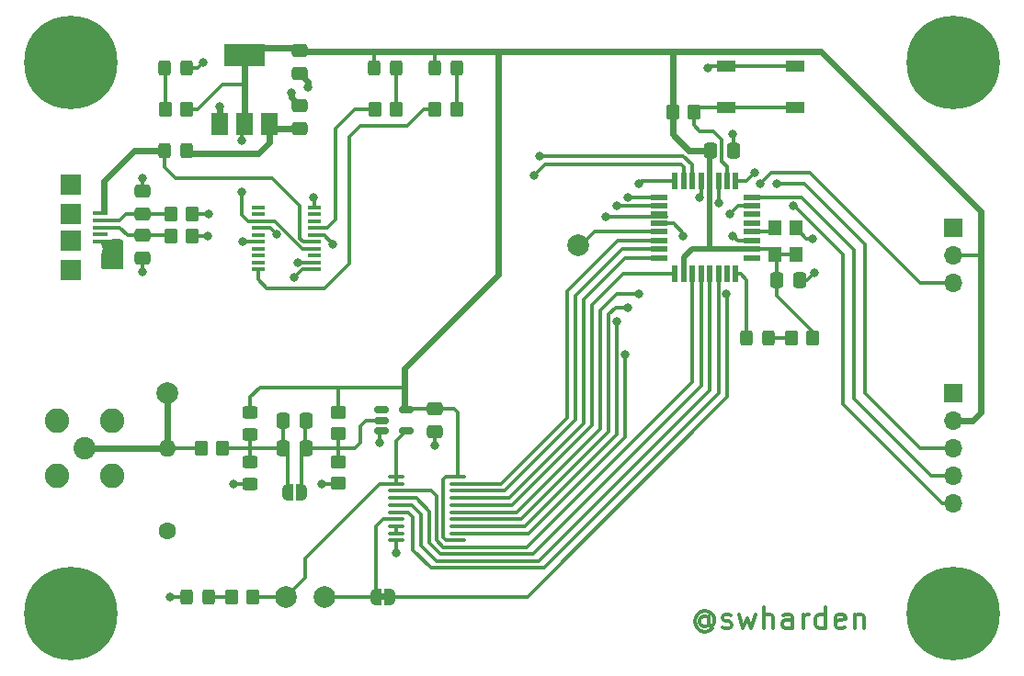
<source format=gtl>
G04 #@! TF.GenerationSoftware,KiCad,Pcbnew,(6.0.9)*
G04 #@! TF.CreationDate,2022-12-14T01:21:17-05:00*
G04 #@! TF.ProjectId,usbcounter,75736263-6f75-46e7-9465-722e6b696361,rev?*
G04 #@! TF.SameCoordinates,Original*
G04 #@! TF.FileFunction,Copper,L1,Top*
G04 #@! TF.FilePolarity,Positive*
%FSLAX46Y46*%
G04 Gerber Fmt 4.6, Leading zero omitted, Abs format (unit mm)*
G04 Created by KiCad (PCBNEW (6.0.9)) date 2022-12-14 01:21:17*
%MOMM*%
%LPD*%
G01*
G04 APERTURE LIST*
G04 Aperture macros list*
%AMRoundRect*
0 Rectangle with rounded corners*
0 $1 Rounding radius*
0 $2 $3 $4 $5 $6 $7 $8 $9 X,Y pos of 4 corners*
0 Add a 4 corners polygon primitive as box body*
4,1,4,$2,$3,$4,$5,$6,$7,$8,$9,$2,$3,0*
0 Add four circle primitives for the rounded corners*
1,1,$1+$1,$2,$3*
1,1,$1+$1,$4,$5*
1,1,$1+$1,$6,$7*
1,1,$1+$1,$8,$9*
0 Add four rect primitives between the rounded corners*
20,1,$1+$1,$2,$3,$4,$5,0*
20,1,$1+$1,$4,$5,$6,$7,0*
20,1,$1+$1,$6,$7,$8,$9,0*
20,1,$1+$1,$8,$9,$2,$3,0*%
%AMFreePoly0*
4,1,22,0.500000,-0.750000,0.000000,-0.750000,0.000000,-0.745033,-0.079941,-0.743568,-0.215256,-0.701293,-0.333266,-0.622738,-0.424486,-0.514219,-0.481581,-0.384460,-0.499164,-0.250000,-0.500000,-0.250000,-0.500000,0.250000,-0.499164,0.250000,-0.499963,0.256109,-0.478152,0.396186,-0.417904,0.524511,-0.324060,0.630769,-0.204165,0.706417,-0.067858,0.745374,0.000000,0.744959,0.000000,0.750000,
0.500000,0.750000,0.500000,-0.750000,0.500000,-0.750000,$1*%
%AMFreePoly1*
4,1,20,0.000000,0.744959,0.073905,0.744508,0.209726,0.703889,0.328688,0.626782,0.421226,0.519385,0.479903,0.390333,0.500000,0.250000,0.500000,-0.250000,0.499851,-0.262216,0.476331,-0.402017,0.414519,-0.529596,0.319384,-0.634700,0.198574,-0.708877,0.061801,-0.746166,0.000000,-0.745033,0.000000,-0.750000,-0.500000,-0.750000,-0.500000,0.750000,0.000000,0.750000,0.000000,0.744959,
0.000000,0.744959,$1*%
G04 Aperture macros list end*
%ADD10C,0.300000*%
G04 #@! TA.AperFunction,NonConductor*
%ADD11C,0.300000*%
G04 #@! TD*
G04 #@! TA.AperFunction,SMDPad,CuDef*
%ADD12R,1.700000X1.000000*%
G04 #@! TD*
G04 #@! TA.AperFunction,ComponentPad*
%ADD13C,1.600000*%
G04 #@! TD*
G04 #@! TA.AperFunction,ComponentPad*
%ADD14O,1.600000X1.600000*%
G04 #@! TD*
G04 #@! TA.AperFunction,ComponentPad*
%ADD15R,1.700000X1.700000*%
G04 #@! TD*
G04 #@! TA.AperFunction,ComponentPad*
%ADD16O,1.700000X1.700000*%
G04 #@! TD*
G04 #@! TA.AperFunction,SMDPad,CuDef*
%ADD17RoundRect,0.250000X0.450000X-0.350000X0.450000X0.350000X-0.450000X0.350000X-0.450000X-0.350000X0*%
G04 #@! TD*
G04 #@! TA.AperFunction,SMDPad,CuDef*
%ADD18RoundRect,0.250000X-0.350000X-0.450000X0.350000X-0.450000X0.350000X0.450000X-0.350000X0.450000X0*%
G04 #@! TD*
G04 #@! TA.AperFunction,ComponentPad*
%ADD19C,8.600000*%
G04 #@! TD*
G04 #@! TA.AperFunction,SMDPad,CuDef*
%ADD20RoundRect,0.250000X0.475000X-0.337500X0.475000X0.337500X-0.475000X0.337500X-0.475000X-0.337500X0*%
G04 #@! TD*
G04 #@! TA.AperFunction,SMDPad,CuDef*
%ADD21RoundRect,0.250000X-0.450000X0.325000X-0.450000X-0.325000X0.450000X-0.325000X0.450000X0.325000X0*%
G04 #@! TD*
G04 #@! TA.AperFunction,SMDPad,CuDef*
%ADD22C,2.000000*%
G04 #@! TD*
G04 #@! TA.AperFunction,SMDPad,CuDef*
%ADD23RoundRect,0.250000X-0.325000X-0.450000X0.325000X-0.450000X0.325000X0.450000X-0.325000X0.450000X0*%
G04 #@! TD*
G04 #@! TA.AperFunction,SMDPad,CuDef*
%ADD24RoundRect,0.250000X0.325000X0.450000X-0.325000X0.450000X-0.325000X-0.450000X0.325000X-0.450000X0*%
G04 #@! TD*
G04 #@! TA.AperFunction,SMDPad,CuDef*
%ADD25R,1.600000X0.550000*%
G04 #@! TD*
G04 #@! TA.AperFunction,SMDPad,CuDef*
%ADD26R,0.550000X1.600000*%
G04 #@! TD*
G04 #@! TA.AperFunction,SMDPad,CuDef*
%ADD27RoundRect,0.250000X-0.337500X-0.475000X0.337500X-0.475000X0.337500X0.475000X-0.337500X0.475000X0*%
G04 #@! TD*
G04 #@! TA.AperFunction,SMDPad,CuDef*
%ADD28RoundRect,0.100000X-0.637500X-0.100000X0.637500X-0.100000X0.637500X0.100000X-0.637500X0.100000X0*%
G04 #@! TD*
G04 #@! TA.AperFunction,SMDPad,CuDef*
%ADD29RoundRect,0.250000X-0.475000X0.337500X-0.475000X-0.337500X0.475000X-0.337500X0.475000X0.337500X0*%
G04 #@! TD*
G04 #@! TA.AperFunction,SMDPad,CuDef*
%ADD30RoundRect,0.250000X0.337500X0.475000X-0.337500X0.475000X-0.337500X-0.475000X0.337500X-0.475000X0*%
G04 #@! TD*
G04 #@! TA.AperFunction,SMDPad,CuDef*
%ADD31FreePoly0,0.000000*%
G04 #@! TD*
G04 #@! TA.AperFunction,SMDPad,CuDef*
%ADD32FreePoly1,0.000000*%
G04 #@! TD*
G04 #@! TA.AperFunction,SMDPad,CuDef*
%ADD33RoundRect,0.150000X-0.512500X-0.150000X0.512500X-0.150000X0.512500X0.150000X-0.512500X0.150000X0*%
G04 #@! TD*
G04 #@! TA.AperFunction,SMDPad,CuDef*
%ADD34R,1.500000X2.000000*%
G04 #@! TD*
G04 #@! TA.AperFunction,SMDPad,CuDef*
%ADD35R,3.800000X2.000000*%
G04 #@! TD*
G04 #@! TA.AperFunction,ComponentPad*
%ADD36C,2.050000*%
G04 #@! TD*
G04 #@! TA.AperFunction,ComponentPad*
%ADD37C,2.250000*%
G04 #@! TD*
G04 #@! TA.AperFunction,SMDPad,CuDef*
%ADD38R,1.200000X0.400000*%
G04 #@! TD*
G04 #@! TA.AperFunction,SMDPad,CuDef*
%ADD39R,1.200000X1.400000*%
G04 #@! TD*
G04 #@! TA.AperFunction,SMDPad,CuDef*
%ADD40R,1.900000X1.900000*%
G04 #@! TD*
G04 #@! TA.AperFunction,SMDPad,CuDef*
%ADD41R,1.350000X0.400000*%
G04 #@! TD*
G04 #@! TA.AperFunction,ViaPad*
%ADD42C,0.800000*%
G04 #@! TD*
G04 #@! TA.AperFunction,Conductor*
%ADD43C,0.300000*%
G04 #@! TD*
G04 #@! TA.AperFunction,Conductor*
%ADD44C,0.600000*%
G04 #@! TD*
G04 #@! TA.AperFunction,Conductor*
%ADD45C,0.250000*%
G04 #@! TD*
G04 #@! TA.AperFunction,Conductor*
%ADD46C,0.500000*%
G04 #@! TD*
G04 APERTURE END LIST*
D10*
D11*
X114634190Y-107140380D02*
X114538952Y-107045142D01*
X114348476Y-106949904D01*
X114158000Y-106949904D01*
X113967523Y-107045142D01*
X113872285Y-107140380D01*
X113777047Y-107330857D01*
X113777047Y-107521333D01*
X113872285Y-107711809D01*
X113967523Y-107807047D01*
X114158000Y-107902285D01*
X114348476Y-107902285D01*
X114538952Y-107807047D01*
X114634190Y-107711809D01*
X114634190Y-106949904D02*
X114634190Y-107711809D01*
X114729428Y-107807047D01*
X114824666Y-107807047D01*
X115015142Y-107711809D01*
X115110380Y-107521333D01*
X115110380Y-107045142D01*
X114919904Y-106759428D01*
X114634190Y-106568952D01*
X114253238Y-106473714D01*
X113872285Y-106568952D01*
X113586571Y-106759428D01*
X113396095Y-107045142D01*
X113300857Y-107426095D01*
X113396095Y-107807047D01*
X113586571Y-108092761D01*
X113872285Y-108283238D01*
X114253238Y-108378476D01*
X114634190Y-108283238D01*
X114919904Y-108092761D01*
X115872285Y-107997523D02*
X116062761Y-108092761D01*
X116443714Y-108092761D01*
X116634190Y-107997523D01*
X116729428Y-107807047D01*
X116729428Y-107711809D01*
X116634190Y-107521333D01*
X116443714Y-107426095D01*
X116158000Y-107426095D01*
X115967523Y-107330857D01*
X115872285Y-107140380D01*
X115872285Y-107045142D01*
X115967523Y-106854666D01*
X116158000Y-106759428D01*
X116443714Y-106759428D01*
X116634190Y-106854666D01*
X117396095Y-106759428D02*
X117777047Y-108092761D01*
X118158000Y-107140380D01*
X118538952Y-108092761D01*
X118919904Y-106759428D01*
X119681809Y-108092761D02*
X119681809Y-106092761D01*
X120538952Y-108092761D02*
X120538952Y-107045142D01*
X120443714Y-106854666D01*
X120253238Y-106759428D01*
X119967523Y-106759428D01*
X119777047Y-106854666D01*
X119681809Y-106949904D01*
X122348476Y-108092761D02*
X122348476Y-107045142D01*
X122253238Y-106854666D01*
X122062761Y-106759428D01*
X121681809Y-106759428D01*
X121491333Y-106854666D01*
X122348476Y-107997523D02*
X122158000Y-108092761D01*
X121681809Y-108092761D01*
X121491333Y-107997523D01*
X121396095Y-107807047D01*
X121396095Y-107616571D01*
X121491333Y-107426095D01*
X121681809Y-107330857D01*
X122158000Y-107330857D01*
X122348476Y-107235619D01*
X123300857Y-108092761D02*
X123300857Y-106759428D01*
X123300857Y-107140380D02*
X123396095Y-106949904D01*
X123491333Y-106854666D01*
X123681809Y-106759428D01*
X123872285Y-106759428D01*
X125396095Y-108092761D02*
X125396095Y-106092761D01*
X125396095Y-107997523D02*
X125205619Y-108092761D01*
X124824666Y-108092761D01*
X124634190Y-107997523D01*
X124538952Y-107902285D01*
X124443714Y-107711809D01*
X124443714Y-107140380D01*
X124538952Y-106949904D01*
X124634190Y-106854666D01*
X124824666Y-106759428D01*
X125205619Y-106759428D01*
X125396095Y-106854666D01*
X127110380Y-107997523D02*
X126919904Y-108092761D01*
X126538952Y-108092761D01*
X126348476Y-107997523D01*
X126253238Y-107807047D01*
X126253238Y-107045142D01*
X126348476Y-106854666D01*
X126538952Y-106759428D01*
X126919904Y-106759428D01*
X127110380Y-106854666D01*
X127205619Y-107045142D01*
X127205619Y-107235619D01*
X126253238Y-107426095D01*
X128062761Y-106759428D02*
X128062761Y-108092761D01*
X128062761Y-106949904D02*
X128158000Y-106854666D01*
X128348476Y-106759428D01*
X128634190Y-106759428D01*
X128824666Y-106854666D01*
X128919904Y-107045142D01*
X128919904Y-108092761D01*
G36*
X84832000Y-105456000D02*
G01*
X84332000Y-105456000D01*
X84332000Y-104856000D01*
X84832000Y-104856000D01*
X84832000Y-105456000D01*
G37*
D12*
X122530000Y-60066000D03*
X116230000Y-60066000D03*
X116230000Y-56266000D03*
X122530000Y-56266000D03*
D13*
X64770000Y-99060000D03*
D14*
X64770000Y-91440000D03*
D15*
X137160000Y-86360000D03*
D16*
X137160000Y-88900000D03*
X137160000Y-91440000D03*
X137160000Y-93980000D03*
X137160000Y-96520000D03*
D17*
X80518000Y-94726000D03*
X80518000Y-92726000D03*
D18*
X70628000Y-105156000D03*
X72628000Y-105156000D03*
D19*
X55880000Y-106680000D03*
D20*
X76962000Y-56917500D03*
X76962000Y-54842500D03*
D21*
X72390000Y-88129000D03*
X72390000Y-90179000D03*
D22*
X102616000Y-72771000D03*
D18*
X65040000Y-71882000D03*
X67040000Y-71882000D03*
D23*
X66539000Y-105156000D03*
X68589000Y-105156000D03*
D24*
X85861000Y-56388000D03*
X83811000Y-56388000D03*
X91440000Y-56388000D03*
X89390000Y-56388000D03*
D18*
X64532000Y-60198000D03*
X66532000Y-60198000D03*
D24*
X66557000Y-56388000D03*
X64507000Y-56388000D03*
D23*
X118092000Y-81280000D03*
X120142000Y-81280000D03*
D25*
X110050000Y-68320000D03*
X110050000Y-69120000D03*
X110050000Y-69920000D03*
X110050000Y-70720000D03*
X110050000Y-71520000D03*
X110050000Y-72320000D03*
X110050000Y-73120000D03*
X110050000Y-73920000D03*
D26*
X111500000Y-75370000D03*
X112300000Y-75370000D03*
X113100000Y-75370000D03*
X113900000Y-75370000D03*
X114700000Y-75370000D03*
X115500000Y-75370000D03*
X116300000Y-75370000D03*
X117100000Y-75370000D03*
D25*
X118550000Y-73920000D03*
X118550000Y-73120000D03*
X118550000Y-72320000D03*
X118550000Y-71520000D03*
X118550000Y-70720000D03*
X118550000Y-69920000D03*
X118550000Y-69120000D03*
X118550000Y-68320000D03*
D26*
X117100000Y-66870000D03*
X116300000Y-66870000D03*
X115500000Y-66870000D03*
X114700000Y-66870000D03*
X113900000Y-66870000D03*
X113100000Y-66870000D03*
X112300000Y-66870000D03*
X111500000Y-66870000D03*
D17*
X80518000Y-90154000D03*
X80518000Y-88154000D03*
D18*
X67850000Y-91440000D03*
X69850000Y-91440000D03*
D15*
X137160000Y-71120000D03*
D16*
X137160000Y-73660000D03*
X137160000Y-76200000D03*
D27*
X75438000Y-88900000D03*
X77513000Y-88900000D03*
D28*
X85783500Y-94103000D03*
X85783500Y-94753000D03*
X85783500Y-95403000D03*
X85783500Y-96053000D03*
X85783500Y-96703000D03*
X85783500Y-97353000D03*
X85783500Y-98003000D03*
X85783500Y-98653000D03*
X85783500Y-99303000D03*
X85783500Y-99953000D03*
X91508500Y-99953000D03*
X91508500Y-99303000D03*
X91508500Y-98653000D03*
X91508500Y-98003000D03*
X91508500Y-97353000D03*
X91508500Y-96703000D03*
X91508500Y-96053000D03*
X91508500Y-95403000D03*
X91508500Y-94753000D03*
X91508500Y-94103000D03*
D18*
X111268000Y-60452000D03*
X113268000Y-60452000D03*
X122190000Y-81280000D03*
X124190000Y-81280000D03*
D19*
X137160000Y-55880000D03*
D22*
X64770000Y-86360000D03*
D29*
X62484000Y-67796500D03*
X62484000Y-69871500D03*
D30*
X114786500Y-64008000D03*
X116861500Y-64008000D03*
D27*
X75438000Y-91440000D03*
X77513000Y-91440000D03*
D18*
X83836000Y-60198000D03*
X85836000Y-60198000D03*
D29*
X76962000Y-59922500D03*
X76962000Y-61997500D03*
D19*
X137160000Y-106680000D03*
D31*
X75825500Y-95504000D03*
D32*
X77125500Y-95504000D03*
D21*
X72390000Y-92701000D03*
X72390000Y-94751000D03*
D33*
X84460500Y-87950000D03*
X84460500Y-88900000D03*
X84460500Y-89850000D03*
X86735500Y-89850000D03*
X86735500Y-87950000D03*
D34*
X69582000Y-61570000D03*
X71882000Y-61570000D03*
D35*
X71882000Y-55270000D03*
D34*
X74182000Y-61570000D03*
D36*
X57150000Y-91440000D03*
D37*
X54610000Y-88900000D03*
X59690000Y-93980000D03*
X54610000Y-93980000D03*
X59690000Y-88900000D03*
D18*
X89415000Y-60198000D03*
X91415000Y-60198000D03*
D31*
X83932000Y-105156000D03*
D32*
X85232000Y-105156000D03*
D22*
X75692000Y-105156000D03*
D20*
X89408000Y-89937500D03*
X89408000Y-87862500D03*
D22*
X79248000Y-105156000D03*
D18*
X65040000Y-69850000D03*
X67040000Y-69850000D03*
D27*
X120882500Y-75946000D03*
X122957500Y-75946000D03*
D19*
X55880000Y-55880000D03*
D23*
X64507000Y-64008000D03*
X66557000Y-64008000D03*
D38*
X73092000Y-69278500D03*
X73092000Y-69913500D03*
X73092000Y-70548500D03*
X73092000Y-71183500D03*
X73092000Y-71818500D03*
X73092000Y-72453500D03*
X73092000Y-73088500D03*
X73092000Y-73723500D03*
X73092000Y-74358500D03*
X73092000Y-74993500D03*
X78292000Y-74993500D03*
X78292000Y-74358500D03*
X78292000Y-73723500D03*
X78292000Y-73088500D03*
X78292000Y-72453500D03*
X78292000Y-71818500D03*
X78292000Y-71183500D03*
X78292000Y-70548500D03*
X78292000Y-69913500D03*
X78292000Y-69278500D03*
D20*
X62484000Y-73935500D03*
X62484000Y-71860500D03*
D39*
X122616000Y-73590000D03*
X122616000Y-71190000D03*
X120716000Y-71190000D03*
X120716000Y-73590000D03*
D40*
X55845000Y-75070000D03*
X55845000Y-72320000D03*
X55845000Y-69920000D03*
X55845000Y-67170000D03*
D41*
X58520000Y-71770000D03*
X58520000Y-71120000D03*
X58520000Y-70470000D03*
X58520000Y-72420000D03*
X58520000Y-69820000D03*
D42*
X114554000Y-56388000D03*
X122428000Y-69088000D03*
X118872000Y-66040000D03*
X89408000Y-91186000D03*
X113792000Y-68326000D03*
X77724000Y-58166000D03*
X124206000Y-72136000D03*
X59436000Y-74422000D03*
X76200000Y-58674000D03*
X84328000Y-90932000D03*
X69596000Y-59944000D03*
X62484000Y-75184000D03*
X65024000Y-105156000D03*
X60198000Y-73914000D03*
X78994000Y-94742000D03*
X80010000Y-72644000D03*
X59436000Y-73406000D03*
X85852000Y-101092000D03*
X62484000Y-66548000D03*
X71691500Y-72453500D03*
X124307600Y-75336400D03*
X116840000Y-71882000D03*
X70866000Y-94742000D03*
X60198000Y-72898000D03*
X68072000Y-55880000D03*
X116840000Y-62484000D03*
X71628000Y-67818000D03*
X71628000Y-63108500D03*
X119380000Y-67056000D03*
X115570000Y-68834000D03*
X120904000Y-67056000D03*
X116586000Y-69850000D03*
X116249500Y-77216000D03*
X112268000Y-71882000D03*
X68580000Y-69850000D03*
X76794748Y-74334892D03*
X68453000Y-71882000D03*
X76454000Y-75692000D03*
X74781023Y-71776977D03*
X99060000Y-64516000D03*
X98552000Y-66294000D03*
X78232000Y-68326000D03*
X106934000Y-82804000D03*
X105156000Y-70104000D03*
X106172000Y-69088000D03*
X106172000Y-79756000D03*
X107188000Y-78486000D03*
X107188000Y-68326000D03*
X108204000Y-67056000D03*
X108204000Y-77216000D03*
D43*
X114676000Y-56266000D02*
X116230000Y-56266000D01*
X114554000Y-56388000D02*
X114676000Y-56266000D01*
X116230000Y-56266000D02*
X122530000Y-56266000D01*
X116230000Y-60066000D02*
X122530000Y-60066000D01*
X113654000Y-60066000D02*
X113268000Y-60452000D01*
X116230000Y-60066000D02*
X113654000Y-60066000D01*
X113792000Y-62230000D02*
X113268000Y-61706000D01*
X115824000Y-62992000D02*
X115062000Y-62230000D01*
X115824000Y-65024000D02*
X115824000Y-62992000D01*
X115062000Y-62230000D02*
X113792000Y-62230000D01*
X116300000Y-65500000D02*
X115824000Y-65024000D01*
X113268000Y-61706000D02*
X113268000Y-60452000D01*
X116300000Y-66870000D02*
X116300000Y-65500000D01*
X123562000Y-72136000D02*
X122616000Y-71190000D01*
X124206000Y-72136000D02*
X123562000Y-72136000D01*
X117278000Y-72320000D02*
X118550000Y-72320000D01*
X116840000Y-71882000D02*
X117278000Y-72320000D01*
X135128000Y-93980000D02*
X137160000Y-93980000D01*
X128016000Y-73152000D02*
X128016000Y-86868000D01*
X123184000Y-68320000D02*
X128016000Y-73152000D01*
X128016000Y-86868000D02*
X135128000Y-93980000D01*
X118550000Y-68320000D02*
X123184000Y-68320000D01*
D44*
X86614000Y-85852000D02*
X86614000Y-84074000D01*
X95250000Y-54864000D02*
X111252000Y-54864000D01*
X86614000Y-84074000D02*
X95250000Y-75438000D01*
X95250000Y-75438000D02*
X95250000Y-54864000D01*
X89408000Y-54864000D02*
X95250000Y-54864000D01*
D43*
X118042000Y-66870000D02*
X117100000Y-66870000D01*
X118872000Y-66040000D02*
X118042000Y-66870000D01*
X127000000Y-87376000D02*
X136144000Y-96520000D01*
X122472661Y-69088000D02*
X127000000Y-73615339D01*
X136144000Y-96520000D02*
X137160000Y-96520000D01*
X122428000Y-69088000D02*
X122472661Y-69088000D01*
X127000000Y-73615339D02*
X127000000Y-87376000D01*
X129032000Y-86360000D02*
X134112000Y-91440000D01*
X129032000Y-72644000D02*
X129032000Y-86360000D01*
X134112000Y-91440000D02*
X137160000Y-91440000D01*
X123444000Y-67056000D02*
X129032000Y-72644000D01*
X120904000Y-67056000D02*
X123444000Y-67056000D01*
X123952000Y-66040000D02*
X134112000Y-76200000D01*
X120396000Y-66040000D02*
X123952000Y-66040000D01*
X134112000Y-76200000D02*
X137160000Y-76200000D01*
X119380000Y-67056000D02*
X120396000Y-66040000D01*
D45*
X136398000Y-96520000D02*
X137160000Y-96520000D01*
D43*
X71691500Y-72453500D02*
X73092000Y-72453500D01*
X79184500Y-71818500D02*
X78292000Y-71818500D01*
X124307600Y-75336400D02*
X123698000Y-75946000D01*
D44*
X76200000Y-59160500D02*
X76962000Y-59922500D01*
D43*
X113900000Y-68218000D02*
X113900000Y-66870000D01*
D44*
X69596000Y-61556000D02*
X69582000Y-61570000D01*
D43*
X67564000Y-56388000D02*
X68072000Y-55880000D01*
X60198000Y-72898000D02*
X59720000Y-72420000D01*
X80010000Y-72644000D02*
X79184500Y-71818500D01*
D44*
X77724000Y-58166000D02*
X77724000Y-57679500D01*
D43*
X113792000Y-68326000D02*
X113900000Y-68218000D01*
D44*
X76200000Y-58674000D02*
X76200000Y-59160500D01*
D43*
X78994000Y-94742000D02*
X80502000Y-94742000D01*
D44*
X77724000Y-57679500D02*
X76962000Y-56917500D01*
D43*
X59720000Y-72420000D02*
X58520000Y-72420000D01*
X62484000Y-66548000D02*
X62484000Y-67796500D01*
X123698000Y-75946000D02*
X122957500Y-75946000D01*
X89408000Y-91186000D02*
X89408000Y-89937500D01*
X116840000Y-62484000D02*
X116861500Y-62505500D01*
X70875000Y-94751000D02*
X70866000Y-94742000D01*
X84328000Y-89982500D02*
X84460500Y-89850000D01*
X80502000Y-94742000D02*
X80518000Y-94726000D01*
X72390000Y-94751000D02*
X70875000Y-94751000D01*
X85783500Y-101023500D02*
X85852000Y-101092000D01*
X62484000Y-75184000D02*
X62484000Y-73935500D01*
X84328000Y-90932000D02*
X84328000Y-89982500D01*
D44*
X69596000Y-59944000D02*
X69596000Y-61556000D01*
D43*
X116861500Y-62505500D02*
X116861500Y-64008000D01*
X66539000Y-105156000D02*
X65024000Y-105156000D01*
X66557000Y-56388000D02*
X67564000Y-56388000D01*
X85783500Y-99953000D02*
X85783500Y-101023500D01*
X62484000Y-69871500D02*
X65018500Y-69871500D01*
X65018500Y-69871500D02*
X65040000Y-69850000D01*
X58520000Y-70470000D02*
X60340000Y-70470000D01*
X60938500Y-69871500D02*
X62484000Y-69871500D01*
X60340000Y-70470000D02*
X60938500Y-69871500D01*
D44*
X73152000Y-64262000D02*
X74182000Y-63232000D01*
X74182000Y-63232000D02*
X74182000Y-61570000D01*
X66557000Y-64008000D02*
X66811000Y-64262000D01*
X74609500Y-61997500D02*
X74182000Y-61570000D01*
X76962000Y-61997500D02*
X74609500Y-61997500D01*
X66811000Y-64262000D02*
X73152000Y-64262000D01*
D43*
X58520000Y-71120000D02*
X60325000Y-71120000D01*
X61065500Y-71860500D02*
X62484000Y-71860500D01*
X60325000Y-71120000D02*
X61065500Y-71860500D01*
X65018500Y-71860500D02*
X65040000Y-71882000D01*
X62484000Y-71860500D02*
X65018500Y-71860500D01*
X75825500Y-95504000D02*
X75825500Y-91827500D01*
X72390000Y-91440000D02*
X72390000Y-92701000D01*
X72390000Y-91440000D02*
X72390000Y-90179000D01*
X69850000Y-91440000D02*
X72390000Y-91440000D01*
X75438000Y-88900000D02*
X75438000Y-91440000D01*
X72390000Y-91440000D02*
X75438000Y-91440000D01*
X82042000Y-91440000D02*
X82550000Y-90932000D01*
X83058000Y-88900000D02*
X84460500Y-88900000D01*
X77470000Y-91397000D02*
X77470000Y-88943000D01*
X80518000Y-91440000D02*
X82042000Y-91440000D01*
X77470000Y-88943000D02*
X77513000Y-88900000D01*
X82550000Y-89408000D02*
X83058000Y-88900000D01*
X80518000Y-91440000D02*
X77513000Y-91440000D01*
X80518000Y-91440000D02*
X80518000Y-92726000D01*
X80518000Y-91440000D02*
X80518000Y-90154000D01*
X82550000Y-90932000D02*
X82550000Y-89408000D01*
X77125500Y-95504000D02*
X77125500Y-91827500D01*
X120882500Y-75946000D02*
X120882500Y-73756500D01*
X73279000Y-85852000D02*
X80772000Y-85852000D01*
X118550000Y-73120000D02*
X120246000Y-73120000D01*
X120246000Y-73120000D02*
X120716000Y-73590000D01*
X80518000Y-85852000D02*
X80772000Y-85852000D01*
D44*
X139700000Y-69596000D02*
X139700000Y-73660000D01*
D43*
X89390000Y-56388000D02*
X89390000Y-54882000D01*
D46*
X112300000Y-73882000D02*
X112300000Y-75370000D01*
D44*
X138938000Y-88900000D02*
X137160000Y-88900000D01*
D43*
X73092000Y-70548500D02*
X74612500Y-70548500D01*
X90428000Y-94103000D02*
X91508500Y-94103000D01*
X71628000Y-67818000D02*
X71628000Y-69984500D01*
D44*
X76708000Y-54588500D02*
X72563500Y-54588500D01*
X111252000Y-54864000D02*
X124968000Y-54864000D01*
D43*
X69850000Y-57912000D02*
X71882000Y-57912000D01*
X91508500Y-88206500D02*
X91164500Y-87862500D01*
D44*
X111268000Y-60452000D02*
X111268000Y-54880000D01*
X111268000Y-62500000D02*
X111268000Y-60452000D01*
D46*
X114700000Y-66870000D02*
X114700000Y-73044000D01*
D44*
X76962000Y-54842500D02*
X76708000Y-54588500D01*
D43*
X72390000Y-86741000D02*
X73279000Y-85852000D01*
X83811000Y-56388000D02*
X83811000Y-54873000D01*
D44*
X71882000Y-61570000D02*
X71882000Y-57912000D01*
D43*
X120882500Y-73756500D02*
X120716000Y-73590000D01*
D44*
X76983500Y-54864000D02*
X83820000Y-54864000D01*
D43*
X83811000Y-54873000D02*
X83820000Y-54864000D01*
X77152500Y-73088500D02*
X78292000Y-73088500D01*
D44*
X72563500Y-54588500D02*
X71882000Y-55270000D01*
D43*
X74612500Y-70548500D02*
X77152500Y-73088500D01*
D44*
X139700000Y-73660000D02*
X139700000Y-88138000D01*
D43*
X90170000Y-99691000D02*
X90170000Y-94361000D01*
X111268000Y-54880000D02*
X111252000Y-54864000D01*
X91508500Y-99953000D02*
X90432000Y-99953000D01*
D46*
X114776000Y-73120000D02*
X113062000Y-73120000D01*
X118550000Y-73120000D02*
X114776000Y-73120000D01*
D43*
X120716000Y-73590000D02*
X122616000Y-73590000D01*
D44*
X86614000Y-87828500D02*
X86614000Y-85852000D01*
D43*
X71628000Y-63108500D02*
X71628000Y-61824000D01*
D44*
X112776000Y-64008000D02*
X111268000Y-62500000D01*
X71882000Y-57912000D02*
X71882000Y-55270000D01*
D43*
X91164500Y-87862500D02*
X89408000Y-87862500D01*
X72192000Y-70548500D02*
X73092000Y-70548500D01*
X89390000Y-54882000D02*
X89408000Y-54864000D01*
X71628000Y-61824000D02*
X71882000Y-61570000D01*
X90432000Y-99953000D02*
X90170000Y-99691000D01*
X120882500Y-77448500D02*
X120882500Y-75946000D01*
D44*
X85598000Y-54864000D02*
X88646000Y-54864000D01*
D43*
X90170000Y-94361000D02*
X90428000Y-94103000D01*
D44*
X114786500Y-64008000D02*
X112776000Y-64008000D01*
X88646000Y-54864000D02*
X89408000Y-54864000D01*
X139700000Y-88138000D02*
X138938000Y-88900000D01*
D43*
X124190000Y-81280000D02*
X124190000Y-80756000D01*
X72390000Y-88129000D02*
X72390000Y-86741000D01*
X86648000Y-87862500D02*
X89408000Y-87862500D01*
X80772000Y-85852000D02*
X86614000Y-85852000D01*
X86614000Y-87828500D02*
X86648000Y-87862500D01*
X124190000Y-80756000D02*
X120882500Y-77448500D01*
D44*
X124968000Y-54864000D02*
X139700000Y-69596000D01*
X83820000Y-54864000D02*
X85598000Y-54864000D01*
D43*
X91508500Y-94103000D02*
X91508500Y-88206500D01*
X86614000Y-87828500D02*
X86735500Y-87950000D01*
X80518000Y-88154000D02*
X80518000Y-85852000D01*
D46*
X114700000Y-66870000D02*
X114700000Y-64094500D01*
X113062000Y-73120000D02*
X112300000Y-73882000D01*
D43*
X67564000Y-60198000D02*
X69850000Y-57912000D01*
D44*
X76962000Y-54842500D02*
X76983500Y-54864000D01*
D43*
X139700000Y-73660000D02*
X137160000Y-73660000D01*
X71628000Y-69984500D02*
X72192000Y-70548500D01*
X66532000Y-60198000D02*
X67564000Y-60198000D01*
X68589000Y-105156000D02*
X70628000Y-105156000D01*
X64532000Y-56413000D02*
X64507000Y-56388000D01*
X64532000Y-60198000D02*
X64532000Y-56413000D01*
X85836000Y-56413000D02*
X85861000Y-56388000D01*
X85836000Y-60198000D02*
X85836000Y-56413000D01*
X91440000Y-56388000D02*
X91440000Y-60173000D01*
X91440000Y-60173000D02*
X91415000Y-60198000D01*
X118110000Y-75946000D02*
X117534000Y-75370000D01*
X118092000Y-81280000D02*
X118110000Y-81262000D01*
X117534000Y-75370000D02*
X117100000Y-75370000D01*
X118110000Y-81262000D02*
X118110000Y-75946000D01*
X122190000Y-81280000D02*
X120142000Y-81280000D01*
X77279500Y-72453500D02*
X78292000Y-72453500D01*
X76962000Y-72136000D02*
X77279500Y-72453500D01*
D44*
X64507000Y-64008000D02*
X61722000Y-64008000D01*
D43*
X76962000Y-69088000D02*
X76962000Y-72136000D01*
X64507000Y-65523000D02*
X65532000Y-66548000D01*
D44*
X61722000Y-64008000D02*
X58928000Y-66802000D01*
X58928000Y-66802000D02*
X58928000Y-69596000D01*
D43*
X64507000Y-64008000D02*
X64507000Y-65523000D01*
X65532000Y-66548000D02*
X74422000Y-66548000D01*
X74422000Y-66548000D02*
X76962000Y-69088000D01*
X67850000Y-91440000D02*
X64770000Y-91440000D01*
D44*
X57150000Y-91440000D02*
X64770000Y-91440000D01*
X64770000Y-91440000D02*
X64770000Y-86360000D01*
D43*
X115570000Y-68834000D02*
X115500000Y-68764000D01*
X115500000Y-68764000D02*
X115500000Y-66870000D01*
X117316000Y-69120000D02*
X118550000Y-69120000D01*
X116586000Y-69850000D02*
X117316000Y-69120000D01*
X83947000Y-98679000D02*
X84623000Y-98003000D01*
X83932000Y-105156000D02*
X79248000Y-105156000D01*
X83947000Y-105141000D02*
X83947000Y-98679000D01*
X83932000Y-105156000D02*
X83947000Y-105141000D01*
X84623000Y-98003000D02*
X85783500Y-98003000D01*
X116332000Y-86741000D02*
X97917000Y-105156000D01*
X97917000Y-105156000D02*
X85232000Y-105156000D01*
X111360000Y-70720000D02*
X110050000Y-70720000D01*
X116332000Y-77298500D02*
X116332000Y-86741000D01*
X112268000Y-71628000D02*
X111360000Y-70720000D01*
X112268000Y-71882000D02*
X112268000Y-71628000D01*
X116249500Y-77216000D02*
X116332000Y-77298500D01*
X76818356Y-74358500D02*
X78292000Y-74358500D01*
X68580000Y-69850000D02*
X67040000Y-69850000D01*
X76794748Y-74334892D02*
X76818356Y-74358500D01*
X77152500Y-74993500D02*
X78292000Y-74993500D01*
X76454000Y-75692000D02*
X77152500Y-74993500D01*
X68453000Y-71882000D02*
X67040000Y-71882000D01*
X77470000Y-103378000D02*
X77470000Y-101600000D01*
X85783500Y-94103000D02*
X85783500Y-90802000D01*
X77470000Y-101600000D02*
X84317000Y-94753000D01*
X75692000Y-105156000D02*
X77470000Y-103378000D01*
X85783500Y-94753000D02*
X85783500Y-94103000D01*
X84317000Y-94753000D02*
X85783500Y-94753000D01*
X72628000Y-105156000D02*
X75438000Y-105156000D01*
X85783500Y-90802000D02*
X86735500Y-89850000D01*
X80264000Y-61976000D02*
X80264000Y-70358000D01*
X82042000Y-60198000D02*
X80264000Y-61976000D01*
X79438500Y-71183500D02*
X78292000Y-71183500D01*
X83836000Y-60198000D02*
X82042000Y-60198000D01*
X80264000Y-70358000D02*
X79438500Y-71183500D01*
X81534000Y-62738000D02*
X82550000Y-61722000D01*
X88392000Y-60198000D02*
X89415000Y-60198000D01*
X86868000Y-61722000D02*
X88392000Y-60198000D01*
X81534000Y-74422000D02*
X81534000Y-62738000D01*
X82550000Y-61722000D02*
X86868000Y-61722000D01*
X73092000Y-75886000D02*
X73914000Y-76708000D01*
X73092000Y-74993500D02*
X73092000Y-75886000D01*
X73914000Y-76708000D02*
X79248000Y-76708000D01*
X79248000Y-76708000D02*
X81534000Y-74422000D01*
X110050000Y-71520000D02*
X104121000Y-71520000D01*
X102870000Y-72771000D02*
X102616000Y-72771000D01*
X104121000Y-71520000D02*
X102870000Y-72771000D01*
X99060000Y-64516000D02*
X112268000Y-64516000D01*
X74231500Y-71183500D02*
X73092000Y-71183500D01*
X74781023Y-71733023D02*
X74231500Y-71183500D01*
X74781023Y-71776977D02*
X74781023Y-71733023D01*
X113100000Y-65348000D02*
X113100000Y-66870000D01*
X112268000Y-64516000D02*
X113100000Y-65348000D01*
X98552000Y-66294000D02*
X99568000Y-65278000D01*
X78292000Y-68386000D02*
X78292000Y-69278500D01*
X112038000Y-65278000D02*
X112300000Y-65540000D01*
X78232000Y-68326000D02*
X78292000Y-68386000D01*
X99568000Y-65278000D02*
X112038000Y-65278000D01*
X112300000Y-65540000D02*
X112300000Y-66870000D01*
X89053000Y-95403000D02*
X89535000Y-95885000D01*
X89535000Y-99949000D02*
X90170000Y-100584000D01*
X97853500Y-100584000D02*
X113100000Y-85337500D01*
X90170000Y-100584000D02*
X97853500Y-100584000D01*
X85783500Y-95403000D02*
X89053000Y-95403000D01*
X113100000Y-85337500D02*
X113100000Y-75370000D01*
X89535000Y-95885000D02*
X89535000Y-99949000D01*
X89916000Y-101219000D02*
X88900000Y-100203000D01*
X87671000Y-96053000D02*
X85783500Y-96053000D01*
X113900000Y-85744000D02*
X98425000Y-101219000D01*
X98425000Y-101219000D02*
X89916000Y-101219000D01*
X88900000Y-100203000D02*
X88900000Y-97282000D01*
X113900000Y-75370000D02*
X113900000Y-85744000D01*
X88900000Y-97282000D02*
X87671000Y-96053000D01*
X85783500Y-96703000D02*
X87305000Y-96703000D01*
X89535000Y-101854000D02*
X98933000Y-101854000D01*
X88138000Y-100457000D02*
X89535000Y-101854000D01*
X87305000Y-96703000D02*
X88138000Y-97536000D01*
X98933000Y-101854000D02*
X114681000Y-86106000D01*
X114681000Y-86106000D02*
X114681000Y-75389000D01*
X114681000Y-75389000D02*
X114700000Y-75370000D01*
X88138000Y-97536000D02*
X88138000Y-100457000D01*
X87376000Y-97790000D02*
X87376000Y-100838000D01*
X89027000Y-102489000D02*
X99441000Y-102489000D01*
X85783500Y-97353000D02*
X86939000Y-97353000D01*
X99441000Y-102489000D02*
X115500000Y-86430000D01*
X86939000Y-97353000D02*
X87376000Y-97790000D01*
X115500000Y-86430000D02*
X115500000Y-75370000D01*
X87376000Y-100838000D02*
X89027000Y-102489000D01*
X85783500Y-98653000D02*
X85783500Y-99303000D01*
X105156000Y-70104000D02*
X105165000Y-70095000D01*
X98055000Y-99303000D02*
X91508500Y-99303000D01*
X105165000Y-70095000D02*
X110744000Y-70095000D01*
X106934000Y-90424000D02*
X98055000Y-99303000D01*
X106934000Y-82804000D02*
X106934000Y-90424000D01*
X106172000Y-79756000D02*
X106172000Y-90170000D01*
X97689000Y-98653000D02*
X91508500Y-98653000D01*
X110050000Y-69120000D02*
X106204000Y-69120000D01*
X106204000Y-69120000D02*
X106172000Y-69088000D01*
X106172000Y-90170000D02*
X97689000Y-98653000D01*
X105410000Y-89916000D02*
X97323000Y-98003000D01*
X107188000Y-78486000D02*
X106066623Y-78486000D01*
X110050000Y-68320000D02*
X107194000Y-68320000D01*
X107194000Y-68320000D02*
X107188000Y-68326000D01*
X106066623Y-78486000D02*
X105410000Y-79142623D01*
X105410000Y-79142623D02*
X105410000Y-89916000D01*
X97323000Y-98003000D02*
X91508500Y-98003000D01*
X108204000Y-67056000D02*
X108390000Y-66870000D01*
X104648000Y-89662000D02*
X96957000Y-97353000D01*
X106172000Y-77216000D02*
X104648000Y-78740000D01*
X96957000Y-97353000D02*
X91508500Y-97353000D01*
X104648000Y-78740000D02*
X104648000Y-89662000D01*
X108390000Y-66870000D02*
X111500000Y-66870000D01*
X108204000Y-77216000D02*
X106172000Y-77216000D01*
X96527500Y-96703000D02*
X91508500Y-96703000D01*
X103886000Y-89344500D02*
X96527500Y-96703000D01*
X106748000Y-75370000D02*
X103886000Y-78232000D01*
X111500000Y-75370000D02*
X106748000Y-75370000D01*
X103886000Y-78232000D02*
X103886000Y-89344500D01*
X110050000Y-73920000D02*
X106928000Y-73920000D01*
X103124000Y-77724000D02*
X103124000Y-89154000D01*
X106928000Y-73920000D02*
X103124000Y-77724000D01*
X96225000Y-96053000D02*
X91508500Y-96053000D01*
X103124000Y-89154000D02*
X96225000Y-96053000D01*
X106657106Y-73120000D02*
X102362000Y-77415106D01*
X110050000Y-73120000D02*
X106657106Y-73120000D01*
X102362000Y-77415106D02*
X102362000Y-88845106D01*
X95804106Y-95403000D02*
X91508500Y-95403000D01*
X102362000Y-88845106D02*
X95804106Y-95403000D01*
X110050000Y-72320000D02*
X106242000Y-72320000D01*
X95493000Y-94753000D02*
X91508500Y-94753000D01*
X101600000Y-76962000D02*
X101600000Y-88646000D01*
X106242000Y-72320000D02*
X101600000Y-76962000D01*
X101600000Y-88646000D02*
X95493000Y-94753000D01*
X120386000Y-71520000D02*
X120716000Y-71190000D01*
X118550000Y-71520000D02*
X120386000Y-71520000D01*
G04 #@! TA.AperFunction,Conductor*
G36*
X60425671Y-72156002D02*
G01*
X60446645Y-72172905D01*
X60541845Y-72268105D01*
X60549835Y-72276885D01*
X60554084Y-72283580D01*
X60559862Y-72289006D01*
X60559863Y-72289007D01*
X60605757Y-72332104D01*
X60608599Y-72334859D01*
X60629167Y-72355427D01*
X60632670Y-72358144D01*
X60641693Y-72365850D01*
X60666253Y-72388913D01*
X60702218Y-72450124D01*
X60706000Y-72480763D01*
X60706000Y-74804000D01*
X60685998Y-74872121D01*
X60632342Y-74918614D01*
X60580000Y-74930000D01*
X58800000Y-74930000D01*
X58731879Y-74909998D01*
X58685386Y-74856342D01*
X58674000Y-74804000D01*
X58674000Y-73548981D01*
X58693615Y-73481467D01*
X58699882Y-73471591D01*
X58703661Y-73465637D01*
X58762626Y-73300045D01*
X58783439Y-73125504D01*
X58765065Y-72950690D01*
X58762795Y-72944021D01*
X58710688Y-72790958D01*
X58710687Y-72790955D01*
X58708418Y-72784291D01*
X58692682Y-72758712D01*
X58674000Y-72692691D01*
X58674000Y-72604500D01*
X58694002Y-72536379D01*
X58747658Y-72489886D01*
X58800000Y-72478500D01*
X59243134Y-72478500D01*
X59305316Y-72471745D01*
X59441705Y-72420615D01*
X59558261Y-72333261D01*
X59645615Y-72216705D01*
X59648765Y-72208303D01*
X59652495Y-72201490D01*
X59702753Y-72151344D01*
X59763014Y-72136000D01*
X60357550Y-72136000D01*
X60425671Y-72156002D01*
G37*
G04 #@! TD.AperFunction*
M02*

</source>
